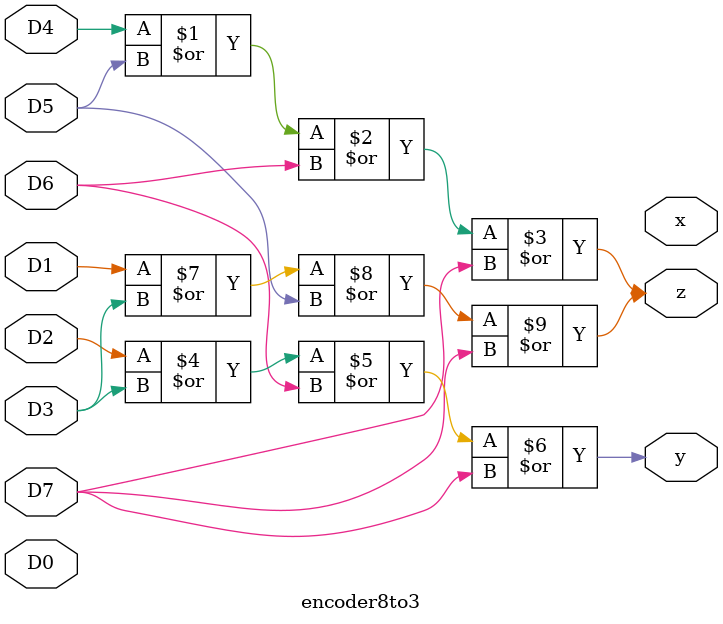
<source format=v>
module encoder8to3(x,y,z,D0,D1,D2,D3,D4,D5,D6,D7);
	output x,y,z;
	input D0,D1,D2,D3,D4,D5,D6,D7;
	or(z,D4,D5,D6,D7);
	or(y,D2,D3,D6,D7);
	or(z,D1,D3,D5,D7);
endmodule


</source>
